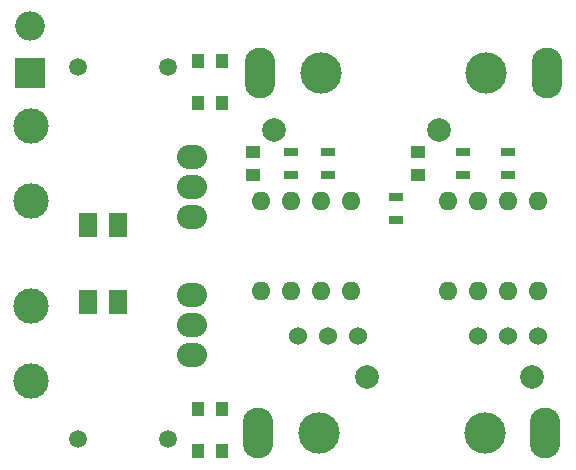
<source format=gbr>
G04 #@! TF.FileFunction,Soldermask,Top*
%FSLAX46Y46*%
G04 Gerber Fmt 4.6, Leading zero omitted, Abs format (unit mm)*
G04 Created by KiCad (PCBNEW 0.201505300414+5690~23~ubuntu14.04.1-product) date Sat 20 Jun 2015 09:37:00 PM PDT*
%MOMM*%
G01*
G04 APERTURE LIST*
%ADD10C,0.100000*%
%ADD11O,1.600000X1.600000*%
%ADD12R,1.250000X1.000000*%
%ADD13R,1.300000X0.700000*%
%ADD14C,1.524000*%
%ADD15R,1.000000X1.250000*%
%ADD16O,2.540000X2.032000*%
%ADD17R,2.500000X2.500000*%
%ADD18O,2.500000X2.500000*%
%ADD19C,1.501140*%
%ADD20R,1.550000X2.100000*%
%ADD21C,3.000000*%
%ADD22C,2.000000*%
%ADD23C,3.500000*%
%ADD24O,2.600000X4.300000*%
G04 APERTURE END LIST*
D10*
D11*
X97790000Y-74295000D03*
X95250000Y-74295000D03*
X92710000Y-74295000D03*
X90170000Y-74295000D03*
X90170000Y-81915000D03*
X92710000Y-81915000D03*
X95250000Y-81915000D03*
X97790000Y-81915000D03*
D12*
X89535000Y-70120000D03*
X89535000Y-72120000D03*
D13*
X92710000Y-72070000D03*
X92710000Y-70170000D03*
X95885000Y-72070000D03*
X95885000Y-70170000D03*
X101600000Y-75880000D03*
X101600000Y-73980000D03*
D14*
X95885000Y-85725000D03*
X98425000Y-85725000D03*
X93345000Y-85725000D03*
D11*
X113665000Y-74295000D03*
X111125000Y-74295000D03*
X108585000Y-74295000D03*
X106045000Y-74295000D03*
X106045000Y-81915000D03*
X108585000Y-81915000D03*
X111125000Y-81915000D03*
X113665000Y-81915000D03*
D15*
X86852000Y-66040000D03*
X84852000Y-66040000D03*
X84852000Y-91948000D03*
X86852000Y-91948000D03*
D12*
X103505000Y-70120000D03*
X103505000Y-72120000D03*
D13*
X107315000Y-72070000D03*
X107315000Y-70170000D03*
X111125000Y-72070000D03*
X111125000Y-70170000D03*
D14*
X111125000Y-85725000D03*
X113665000Y-85725000D03*
X108585000Y-85725000D03*
D16*
X84328000Y-73152000D03*
X84328000Y-75692000D03*
X84328000Y-70612000D03*
X84328000Y-84836000D03*
X84328000Y-87376000D03*
X84328000Y-82296000D03*
D17*
X70612000Y-63500000D03*
D18*
X70612000Y-59500000D03*
D19*
X82296000Y-62992000D03*
X74676000Y-62992000D03*
X82296000Y-94488000D03*
X74676000Y-94488000D03*
D15*
X86852000Y-62484000D03*
X84852000Y-62484000D03*
X84852000Y-95504000D03*
X86852000Y-95504000D03*
D20*
X78105000Y-76327000D03*
X75565000Y-76327000D03*
X78105000Y-82827000D03*
X75565000Y-82827000D03*
D21*
X70738000Y-89535000D03*
X70738000Y-67945000D03*
X70738000Y-83185000D03*
X70738000Y-74295000D03*
D22*
X99108000Y-89230000D03*
D23*
X95108000Y-93980000D03*
D24*
X89958000Y-93980000D03*
D23*
X109108000Y-93980000D03*
D24*
X114258000Y-93980000D03*
D22*
X113108000Y-89230000D03*
X105235000Y-68250000D03*
D23*
X109235000Y-63500000D03*
D24*
X114385000Y-63500000D03*
D23*
X95235000Y-63500000D03*
D24*
X90085000Y-63500000D03*
D22*
X91235000Y-68250000D03*
M02*

</source>
